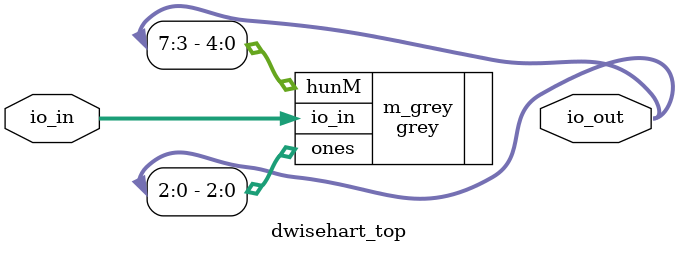
<source format=v>
`default_nettype none
`timescale 1ns/1ps

module dwisehart_top
(
 input [7:0]  io_in,
 output [7:0] io_out
);

   // In hardware this module drive LED segments, so we need the slowest changing bits.
   //  Plus I add the three fastest changing bits to probe with a scope.
   grey m_grey
   (
    .io_in( io_in ),
    .hunM( io_out[7:3] ),
    .ones( io_out[2:0] )
   );

endmodule

</source>
